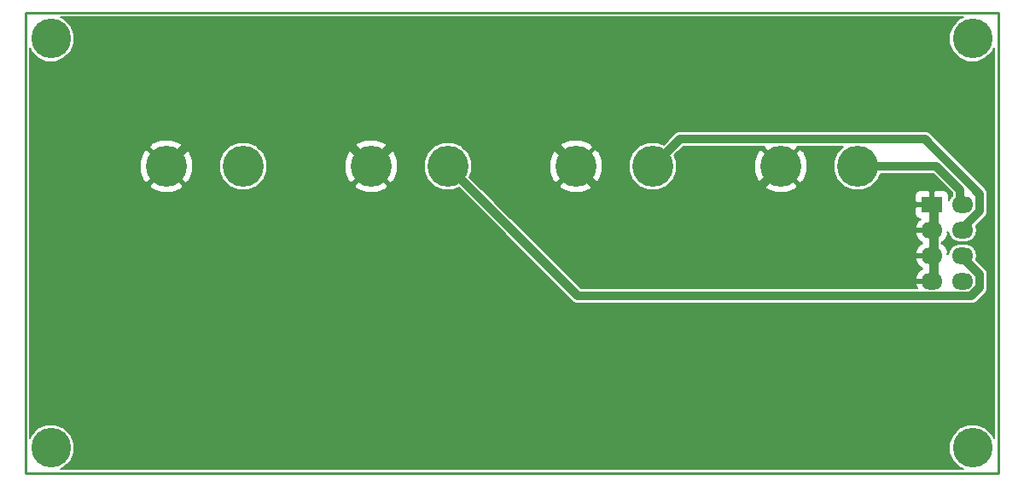
<source format=gbl>
G04 #@! TF.FileFunction,Copper,L2,Bot,Signal*
%FSLAX46Y46*%
G04 Gerber Fmt 4.6, Leading zero omitted, Abs format (unit mm)*
G04 Created by KiCad (PCBNEW 0.201509091501+6172~30~ubuntu14.04.1-product) date Thu 10 Sep 2015 02:20:44 PM EDT*
%MOMM*%
G01*
G04 APERTURE LIST*
%ADD10C,0.100000*%
%ADD11C,0.228600*%
%ADD12R,2.133600X1.625600*%
%ADD13O,2.133600X1.625600*%
%ADD14C,4.064000*%
%ADD15C,3.937000*%
%ADD16C,0.812800*%
%ADD17C,0.203200*%
G04 APERTURE END LIST*
D10*
D11*
X185420000Y-60960000D02*
X88900000Y-60960000D01*
X185420000Y-106680000D02*
X185420000Y-60960000D01*
X88900000Y-106680000D02*
X185420000Y-106680000D01*
X88900000Y-60960000D02*
X88900000Y-106680000D01*
D12*
X178816000Y-80010000D03*
D13*
X181864000Y-80010000D03*
X178816000Y-82550000D03*
X181864000Y-82550000D03*
X178816000Y-85090000D03*
X181864000Y-85090000D03*
X178816000Y-87630000D03*
X181864000Y-87630000D03*
D14*
X102870000Y-76200000D03*
X110490000Y-76200000D03*
X123190000Y-76200000D03*
X130810000Y-76200000D03*
X143510000Y-76200000D03*
X151130000Y-76200000D03*
X163830000Y-76200000D03*
X171450000Y-76200000D03*
D15*
X91440000Y-63500000D03*
X182880000Y-63500000D03*
X91440000Y-104140000D03*
X182880000Y-104140000D03*
D16*
X105566200Y-73503800D02*
X102870000Y-76200000D01*
X120493800Y-73503800D02*
X105566200Y-73503800D01*
X123190000Y-76200000D02*
X120493800Y-73503800D01*
X140800400Y-73490400D02*
X143510000Y-76200000D01*
X125899600Y-73490400D02*
X140800400Y-73490400D01*
X123190000Y-76200000D02*
X125899600Y-73490400D01*
X161075200Y-78954800D02*
X163830000Y-76200000D01*
X146264800Y-78954800D02*
X161075200Y-78954800D01*
X143510000Y-76200000D02*
X146264800Y-78954800D01*
X179070000Y-87630000D02*
X179070000Y-85090000D01*
X179070000Y-85090000D02*
X179070000Y-82550000D01*
X179070000Y-82550000D02*
X179070000Y-80010000D01*
X181610000Y-80010000D02*
X181610000Y-78536500D01*
X179273500Y-76200000D02*
X181610000Y-78536500D01*
X171450000Y-76200000D02*
X179273500Y-76200000D01*
X181683300Y-82550000D02*
X181610000Y-82550000D01*
X183603200Y-80630100D02*
X181683300Y-82550000D01*
X183603200Y-78960800D02*
X183603200Y-80630100D01*
X178103900Y-73461500D02*
X183603200Y-78960800D01*
X153868500Y-73461500D02*
X178103900Y-73461500D01*
X151130000Y-76200000D02*
X153868500Y-73461500D01*
X181723700Y-85090000D02*
X181610000Y-85090000D01*
X183597500Y-86963800D02*
X181723700Y-85090000D01*
X183597500Y-88240400D02*
X183597500Y-86963800D01*
X182734300Y-89103600D02*
X183597500Y-88240400D01*
X143713600Y-89103600D02*
X182734300Y-89103600D01*
X130810000Y-76200000D02*
X143713600Y-89103600D01*
D17*
G36*
X181565223Y-61528575D02*
X180910873Y-62181784D01*
X180556304Y-63035680D01*
X180555497Y-63960264D01*
X180908575Y-64814777D01*
X181561784Y-65469127D01*
X182415680Y-65823696D01*
X183340264Y-65824503D01*
X184194777Y-65471425D01*
X184849127Y-64818216D01*
X185000900Y-64452706D01*
X185000900Y-103186980D01*
X184851425Y-102825223D01*
X184198216Y-102170873D01*
X183344320Y-101816304D01*
X182419736Y-101815497D01*
X181565223Y-102168575D01*
X180910873Y-102821784D01*
X180556304Y-103675680D01*
X180555497Y-104600264D01*
X180908575Y-105454777D01*
X181561784Y-106109127D01*
X181927294Y-106260900D01*
X92393020Y-106260900D01*
X92754777Y-106111425D01*
X93409127Y-105458216D01*
X93763696Y-104604320D01*
X93764503Y-103679736D01*
X93411425Y-102825223D01*
X92758216Y-102170873D01*
X91904320Y-101816304D01*
X90979736Y-101815497D01*
X90125223Y-102168575D01*
X89470873Y-102821784D01*
X89319100Y-103187294D01*
X89319100Y-78101253D01*
X101184273Y-78101253D01*
X101412718Y-78465055D01*
X102390447Y-78850316D01*
X103441182Y-78832090D01*
X104327282Y-78465055D01*
X104555727Y-78101253D01*
X102870000Y-76415526D01*
X101184273Y-78101253D01*
X89319100Y-78101253D01*
X89319100Y-75720447D01*
X100219684Y-75720447D01*
X100237910Y-76771182D01*
X100604945Y-77657282D01*
X100968747Y-77885727D01*
X102654474Y-76200000D01*
X103085526Y-76200000D01*
X104771253Y-77885727D01*
X105135055Y-77657282D01*
X105520316Y-76679553D01*
X105520200Y-76672839D01*
X108101986Y-76672839D01*
X108464711Y-77550700D01*
X109135767Y-78222929D01*
X110012993Y-78587185D01*
X110962839Y-78588014D01*
X111840700Y-78225289D01*
X111964952Y-78101253D01*
X121504273Y-78101253D01*
X121732718Y-78465055D01*
X122710447Y-78850316D01*
X123761182Y-78832090D01*
X124647282Y-78465055D01*
X124875727Y-78101253D01*
X123190000Y-76415526D01*
X121504273Y-78101253D01*
X111964952Y-78101253D01*
X112512929Y-77554233D01*
X112877185Y-76677007D01*
X112878014Y-75727161D01*
X112875240Y-75720447D01*
X120539684Y-75720447D01*
X120557910Y-76771182D01*
X120924945Y-77657282D01*
X121288747Y-77885727D01*
X122974474Y-76200000D01*
X123405526Y-76200000D01*
X125091253Y-77885727D01*
X125455055Y-77657282D01*
X125840316Y-76679553D01*
X125840200Y-76672839D01*
X128421986Y-76672839D01*
X128784711Y-77550700D01*
X129455767Y-78222929D01*
X130332993Y-78587185D01*
X131282839Y-78588014D01*
X131875501Y-78343131D01*
X143174785Y-89642415D01*
X143421995Y-89807596D01*
X143713600Y-89865600D01*
X182734300Y-89865600D01*
X183025905Y-89807596D01*
X183273115Y-89642415D01*
X184136315Y-88779215D01*
X184301496Y-88532005D01*
X184327832Y-88399604D01*
X184359500Y-88240400D01*
X184359500Y-86963800D01*
X184301496Y-86672195D01*
X184220208Y-86550539D01*
X184136315Y-86424984D01*
X183229165Y-85517834D01*
X183314266Y-85090000D01*
X183225327Y-84642873D01*
X182972050Y-84263816D01*
X182592993Y-84010539D01*
X182145866Y-83921600D01*
X181582134Y-83921600D01*
X181135007Y-84010539D01*
X180755950Y-84263816D01*
X180502673Y-84642873D01*
X180444049Y-84937598D01*
X180330824Y-84937598D01*
X180442960Y-84718245D01*
X180434655Y-84657888D01*
X180165415Y-84168550D01*
X179730040Y-83820000D01*
X180165415Y-83471450D01*
X180434655Y-82982112D01*
X180442960Y-82921755D01*
X180330824Y-82702402D01*
X180444049Y-82702402D01*
X180502673Y-82997127D01*
X180755950Y-83376184D01*
X181135007Y-83629461D01*
X181582134Y-83718400D01*
X182145866Y-83718400D01*
X182592993Y-83629461D01*
X182972050Y-83376184D01*
X183225327Y-82997127D01*
X183314266Y-82550000D01*
X183225327Y-82102873D01*
X183218410Y-82092521D01*
X184142016Y-81168915D01*
X184241034Y-81020723D01*
X184307196Y-80921705D01*
X184365200Y-80630100D01*
X184365200Y-78960800D01*
X184307196Y-78669195D01*
X184170794Y-78465055D01*
X184142016Y-78421985D01*
X178642715Y-72922685D01*
X178395505Y-72757504D01*
X178103900Y-72699500D01*
X153868500Y-72699500D01*
X153576895Y-72757504D01*
X153329685Y-72922685D01*
X152195282Y-74057088D01*
X151607007Y-73812815D01*
X150657161Y-73811986D01*
X149779300Y-74174711D01*
X149107071Y-74845767D01*
X148742815Y-75722993D01*
X148741986Y-76672839D01*
X149104711Y-77550700D01*
X149775767Y-78222929D01*
X150652993Y-78587185D01*
X151602839Y-78588014D01*
X152480700Y-78225289D01*
X152604952Y-78101253D01*
X162144273Y-78101253D01*
X162372718Y-78465055D01*
X163350447Y-78850316D01*
X164401182Y-78832090D01*
X165287282Y-78465055D01*
X165515727Y-78101253D01*
X163830000Y-76415526D01*
X162144273Y-78101253D01*
X152604952Y-78101253D01*
X153152929Y-77554233D01*
X153517185Y-76677007D01*
X153518014Y-75727161D01*
X153515240Y-75720447D01*
X161179684Y-75720447D01*
X161197910Y-76771182D01*
X161564945Y-77657282D01*
X161928747Y-77885727D01*
X163614474Y-76200000D01*
X164045526Y-76200000D01*
X165731253Y-77885727D01*
X166095055Y-77657282D01*
X166480316Y-76679553D01*
X166462090Y-75628818D01*
X166095055Y-74742718D01*
X165731253Y-74514273D01*
X164045526Y-76200000D01*
X163614474Y-76200000D01*
X161928747Y-74514273D01*
X161564945Y-74742718D01*
X161179684Y-75720447D01*
X153515240Y-75720447D01*
X153273131Y-75134499D01*
X154184130Y-74223500D01*
X162191523Y-74223500D01*
X162144273Y-74298747D01*
X163830000Y-75984474D01*
X165515727Y-74298747D01*
X165468477Y-74223500D01*
X170050426Y-74223500D01*
X169427071Y-74845767D01*
X169062815Y-75722993D01*
X169061986Y-76672839D01*
X169424711Y-77550700D01*
X170095767Y-78222929D01*
X170972993Y-78587185D01*
X171922839Y-78588014D01*
X172800700Y-78225289D01*
X173472929Y-77554233D01*
X173718846Y-76962000D01*
X178957870Y-76962000D01*
X180848000Y-78852130D01*
X180848000Y-79122310D01*
X180755950Y-79183816D01*
X180502673Y-79562873D01*
X180492400Y-79614519D01*
X180492400Y-79075943D01*
X180399594Y-78851889D01*
X180228111Y-78680406D01*
X180004057Y-78587600D01*
X179120800Y-78587600D01*
X178968400Y-78740000D01*
X178968400Y-79857600D01*
X178988400Y-79857600D01*
X178988400Y-80162400D01*
X178968400Y-80162400D01*
X178968400Y-82397600D01*
X178988400Y-82397600D01*
X178988400Y-82702400D01*
X178968400Y-82702400D01*
X178968400Y-84937600D01*
X178988400Y-84937600D01*
X178988400Y-85242400D01*
X178968400Y-85242400D01*
X178968400Y-87477600D01*
X178988400Y-87477600D01*
X178988400Y-87782400D01*
X178968400Y-87782400D01*
X178968400Y-87802400D01*
X178663600Y-87802400D01*
X178663600Y-87782400D01*
X177301177Y-87782400D01*
X177189040Y-88001755D01*
X177197345Y-88062112D01*
X177351123Y-88341600D01*
X144029230Y-88341600D01*
X141149385Y-85461755D01*
X177189040Y-85461755D01*
X177197345Y-85522112D01*
X177466585Y-86011450D01*
X177901960Y-86360000D01*
X177466585Y-86708550D01*
X177197345Y-87197888D01*
X177189040Y-87258245D01*
X177301177Y-87477600D01*
X178663600Y-87477600D01*
X178663600Y-85242400D01*
X177301177Y-85242400D01*
X177189040Y-85461755D01*
X141149385Y-85461755D01*
X138609385Y-82921755D01*
X177189040Y-82921755D01*
X177197345Y-82982112D01*
X177466585Y-83471450D01*
X177901960Y-83820000D01*
X177466585Y-84168550D01*
X177197345Y-84657888D01*
X177189040Y-84718245D01*
X177301177Y-84937600D01*
X178663600Y-84937600D01*
X178663600Y-82702400D01*
X177301177Y-82702400D01*
X177189040Y-82921755D01*
X138609385Y-82921755D01*
X136002430Y-80314800D01*
X177139600Y-80314800D01*
X177139600Y-80944057D01*
X177232406Y-81168111D01*
X177403889Y-81339594D01*
X177627943Y-81432400D01*
X177711597Y-81432400D01*
X177466585Y-81628550D01*
X177197345Y-82117888D01*
X177189040Y-82178245D01*
X177301177Y-82397600D01*
X178663600Y-82397600D01*
X178663600Y-80162400D01*
X177292000Y-80162400D01*
X177139600Y-80314800D01*
X136002430Y-80314800D01*
X134763573Y-79075943D01*
X177139600Y-79075943D01*
X177139600Y-79705200D01*
X177292000Y-79857600D01*
X178663600Y-79857600D01*
X178663600Y-78740000D01*
X178511200Y-78587600D01*
X177627943Y-78587600D01*
X177403889Y-78680406D01*
X177232406Y-78851889D01*
X177139600Y-79075943D01*
X134763573Y-79075943D01*
X133788883Y-78101253D01*
X141824273Y-78101253D01*
X142052718Y-78465055D01*
X143030447Y-78850316D01*
X144081182Y-78832090D01*
X144967282Y-78465055D01*
X145195727Y-78101253D01*
X143510000Y-76415526D01*
X141824273Y-78101253D01*
X133788883Y-78101253D01*
X132952912Y-77265282D01*
X133197185Y-76677007D01*
X133198014Y-75727161D01*
X133195240Y-75720447D01*
X140859684Y-75720447D01*
X140877910Y-76771182D01*
X141244945Y-77657282D01*
X141608747Y-77885727D01*
X143294474Y-76200000D01*
X143725526Y-76200000D01*
X145411253Y-77885727D01*
X145775055Y-77657282D01*
X146160316Y-76679553D01*
X146142090Y-75628818D01*
X145775055Y-74742718D01*
X145411253Y-74514273D01*
X143725526Y-76200000D01*
X143294474Y-76200000D01*
X141608747Y-74514273D01*
X141244945Y-74742718D01*
X140859684Y-75720447D01*
X133195240Y-75720447D01*
X132835289Y-74849300D01*
X132285697Y-74298747D01*
X141824273Y-74298747D01*
X143510000Y-75984474D01*
X145195727Y-74298747D01*
X144967282Y-73934945D01*
X143989553Y-73549684D01*
X142938818Y-73567910D01*
X142052718Y-73934945D01*
X141824273Y-74298747D01*
X132285697Y-74298747D01*
X132164233Y-74177071D01*
X131287007Y-73812815D01*
X130337161Y-73811986D01*
X129459300Y-74174711D01*
X128787071Y-74845767D01*
X128422815Y-75722993D01*
X128421986Y-76672839D01*
X125840200Y-76672839D01*
X125822090Y-75628818D01*
X125455055Y-74742718D01*
X125091253Y-74514273D01*
X123405526Y-76200000D01*
X122974474Y-76200000D01*
X121288747Y-74514273D01*
X120924945Y-74742718D01*
X120539684Y-75720447D01*
X112875240Y-75720447D01*
X112515289Y-74849300D01*
X111965697Y-74298747D01*
X121504273Y-74298747D01*
X123190000Y-75984474D01*
X124875727Y-74298747D01*
X124647282Y-73934945D01*
X123669553Y-73549684D01*
X122618818Y-73567910D01*
X121732718Y-73934945D01*
X121504273Y-74298747D01*
X111965697Y-74298747D01*
X111844233Y-74177071D01*
X110967007Y-73812815D01*
X110017161Y-73811986D01*
X109139300Y-74174711D01*
X108467071Y-74845767D01*
X108102815Y-75722993D01*
X108101986Y-76672839D01*
X105520200Y-76672839D01*
X105502090Y-75628818D01*
X105135055Y-74742718D01*
X104771253Y-74514273D01*
X103085526Y-76200000D01*
X102654474Y-76200000D01*
X100968747Y-74514273D01*
X100604945Y-74742718D01*
X100219684Y-75720447D01*
X89319100Y-75720447D01*
X89319100Y-74298747D01*
X101184273Y-74298747D01*
X102870000Y-75984474D01*
X104555727Y-74298747D01*
X104327282Y-73934945D01*
X103349553Y-73549684D01*
X102298818Y-73567910D01*
X101412718Y-73934945D01*
X101184273Y-74298747D01*
X89319100Y-74298747D01*
X89319100Y-64453020D01*
X89468575Y-64814777D01*
X90121784Y-65469127D01*
X90975680Y-65823696D01*
X91900264Y-65824503D01*
X92754777Y-65471425D01*
X93409127Y-64818216D01*
X93763696Y-63964320D01*
X93764503Y-63039736D01*
X93411425Y-62185223D01*
X92758216Y-61530873D01*
X92392706Y-61379100D01*
X181926980Y-61379100D01*
X181565223Y-61528575D01*
X181565223Y-61528575D01*
G37*
X181565223Y-61528575D02*
X180910873Y-62181784D01*
X180556304Y-63035680D01*
X180555497Y-63960264D01*
X180908575Y-64814777D01*
X181561784Y-65469127D01*
X182415680Y-65823696D01*
X183340264Y-65824503D01*
X184194777Y-65471425D01*
X184849127Y-64818216D01*
X185000900Y-64452706D01*
X185000900Y-103186980D01*
X184851425Y-102825223D01*
X184198216Y-102170873D01*
X183344320Y-101816304D01*
X182419736Y-101815497D01*
X181565223Y-102168575D01*
X180910873Y-102821784D01*
X180556304Y-103675680D01*
X180555497Y-104600264D01*
X180908575Y-105454777D01*
X181561784Y-106109127D01*
X181927294Y-106260900D01*
X92393020Y-106260900D01*
X92754777Y-106111425D01*
X93409127Y-105458216D01*
X93763696Y-104604320D01*
X93764503Y-103679736D01*
X93411425Y-102825223D01*
X92758216Y-102170873D01*
X91904320Y-101816304D01*
X90979736Y-101815497D01*
X90125223Y-102168575D01*
X89470873Y-102821784D01*
X89319100Y-103187294D01*
X89319100Y-78101253D01*
X101184273Y-78101253D01*
X101412718Y-78465055D01*
X102390447Y-78850316D01*
X103441182Y-78832090D01*
X104327282Y-78465055D01*
X104555727Y-78101253D01*
X102870000Y-76415526D01*
X101184273Y-78101253D01*
X89319100Y-78101253D01*
X89319100Y-75720447D01*
X100219684Y-75720447D01*
X100237910Y-76771182D01*
X100604945Y-77657282D01*
X100968747Y-77885727D01*
X102654474Y-76200000D01*
X103085526Y-76200000D01*
X104771253Y-77885727D01*
X105135055Y-77657282D01*
X105520316Y-76679553D01*
X105520200Y-76672839D01*
X108101986Y-76672839D01*
X108464711Y-77550700D01*
X109135767Y-78222929D01*
X110012993Y-78587185D01*
X110962839Y-78588014D01*
X111840700Y-78225289D01*
X111964952Y-78101253D01*
X121504273Y-78101253D01*
X121732718Y-78465055D01*
X122710447Y-78850316D01*
X123761182Y-78832090D01*
X124647282Y-78465055D01*
X124875727Y-78101253D01*
X123190000Y-76415526D01*
X121504273Y-78101253D01*
X111964952Y-78101253D01*
X112512929Y-77554233D01*
X112877185Y-76677007D01*
X112878014Y-75727161D01*
X112875240Y-75720447D01*
X120539684Y-75720447D01*
X120557910Y-76771182D01*
X120924945Y-77657282D01*
X121288747Y-77885727D01*
X122974474Y-76200000D01*
X123405526Y-76200000D01*
X125091253Y-77885727D01*
X125455055Y-77657282D01*
X125840316Y-76679553D01*
X125840200Y-76672839D01*
X128421986Y-76672839D01*
X128784711Y-77550700D01*
X129455767Y-78222929D01*
X130332993Y-78587185D01*
X131282839Y-78588014D01*
X131875501Y-78343131D01*
X143174785Y-89642415D01*
X143421995Y-89807596D01*
X143713600Y-89865600D01*
X182734300Y-89865600D01*
X183025905Y-89807596D01*
X183273115Y-89642415D01*
X184136315Y-88779215D01*
X184301496Y-88532005D01*
X184327832Y-88399604D01*
X184359500Y-88240400D01*
X184359500Y-86963800D01*
X184301496Y-86672195D01*
X184220208Y-86550539D01*
X184136315Y-86424984D01*
X183229165Y-85517834D01*
X183314266Y-85090000D01*
X183225327Y-84642873D01*
X182972050Y-84263816D01*
X182592993Y-84010539D01*
X182145866Y-83921600D01*
X181582134Y-83921600D01*
X181135007Y-84010539D01*
X180755950Y-84263816D01*
X180502673Y-84642873D01*
X180444049Y-84937598D01*
X180330824Y-84937598D01*
X180442960Y-84718245D01*
X180434655Y-84657888D01*
X180165415Y-84168550D01*
X179730040Y-83820000D01*
X180165415Y-83471450D01*
X180434655Y-82982112D01*
X180442960Y-82921755D01*
X180330824Y-82702402D01*
X180444049Y-82702402D01*
X180502673Y-82997127D01*
X180755950Y-83376184D01*
X181135007Y-83629461D01*
X181582134Y-83718400D01*
X182145866Y-83718400D01*
X182592993Y-83629461D01*
X182972050Y-83376184D01*
X183225327Y-82997127D01*
X183314266Y-82550000D01*
X183225327Y-82102873D01*
X183218410Y-82092521D01*
X184142016Y-81168915D01*
X184241034Y-81020723D01*
X184307196Y-80921705D01*
X184365200Y-80630100D01*
X184365200Y-78960800D01*
X184307196Y-78669195D01*
X184170794Y-78465055D01*
X184142016Y-78421985D01*
X178642715Y-72922685D01*
X178395505Y-72757504D01*
X178103900Y-72699500D01*
X153868500Y-72699500D01*
X153576895Y-72757504D01*
X153329685Y-72922685D01*
X152195282Y-74057088D01*
X151607007Y-73812815D01*
X150657161Y-73811986D01*
X149779300Y-74174711D01*
X149107071Y-74845767D01*
X148742815Y-75722993D01*
X148741986Y-76672839D01*
X149104711Y-77550700D01*
X149775767Y-78222929D01*
X150652993Y-78587185D01*
X151602839Y-78588014D01*
X152480700Y-78225289D01*
X152604952Y-78101253D01*
X162144273Y-78101253D01*
X162372718Y-78465055D01*
X163350447Y-78850316D01*
X164401182Y-78832090D01*
X165287282Y-78465055D01*
X165515727Y-78101253D01*
X163830000Y-76415526D01*
X162144273Y-78101253D01*
X152604952Y-78101253D01*
X153152929Y-77554233D01*
X153517185Y-76677007D01*
X153518014Y-75727161D01*
X153515240Y-75720447D01*
X161179684Y-75720447D01*
X161197910Y-76771182D01*
X161564945Y-77657282D01*
X161928747Y-77885727D01*
X163614474Y-76200000D01*
X164045526Y-76200000D01*
X165731253Y-77885727D01*
X166095055Y-77657282D01*
X166480316Y-76679553D01*
X166462090Y-75628818D01*
X166095055Y-74742718D01*
X165731253Y-74514273D01*
X164045526Y-76200000D01*
X163614474Y-76200000D01*
X161928747Y-74514273D01*
X161564945Y-74742718D01*
X161179684Y-75720447D01*
X153515240Y-75720447D01*
X153273131Y-75134499D01*
X154184130Y-74223500D01*
X162191523Y-74223500D01*
X162144273Y-74298747D01*
X163830000Y-75984474D01*
X165515727Y-74298747D01*
X165468477Y-74223500D01*
X170050426Y-74223500D01*
X169427071Y-74845767D01*
X169062815Y-75722993D01*
X169061986Y-76672839D01*
X169424711Y-77550700D01*
X170095767Y-78222929D01*
X170972993Y-78587185D01*
X171922839Y-78588014D01*
X172800700Y-78225289D01*
X173472929Y-77554233D01*
X173718846Y-76962000D01*
X178957870Y-76962000D01*
X180848000Y-78852130D01*
X180848000Y-79122310D01*
X180755950Y-79183816D01*
X180502673Y-79562873D01*
X180492400Y-79614519D01*
X180492400Y-79075943D01*
X180399594Y-78851889D01*
X180228111Y-78680406D01*
X180004057Y-78587600D01*
X179120800Y-78587600D01*
X178968400Y-78740000D01*
X178968400Y-79857600D01*
X178988400Y-79857600D01*
X178988400Y-80162400D01*
X178968400Y-80162400D01*
X178968400Y-82397600D01*
X178988400Y-82397600D01*
X178988400Y-82702400D01*
X178968400Y-82702400D01*
X178968400Y-84937600D01*
X178988400Y-84937600D01*
X178988400Y-85242400D01*
X178968400Y-85242400D01*
X178968400Y-87477600D01*
X178988400Y-87477600D01*
X178988400Y-87782400D01*
X178968400Y-87782400D01*
X178968400Y-87802400D01*
X178663600Y-87802400D01*
X178663600Y-87782400D01*
X177301177Y-87782400D01*
X177189040Y-88001755D01*
X177197345Y-88062112D01*
X177351123Y-88341600D01*
X144029230Y-88341600D01*
X141149385Y-85461755D01*
X177189040Y-85461755D01*
X177197345Y-85522112D01*
X177466585Y-86011450D01*
X177901960Y-86360000D01*
X177466585Y-86708550D01*
X177197345Y-87197888D01*
X177189040Y-87258245D01*
X177301177Y-87477600D01*
X178663600Y-87477600D01*
X178663600Y-85242400D01*
X177301177Y-85242400D01*
X177189040Y-85461755D01*
X141149385Y-85461755D01*
X138609385Y-82921755D01*
X177189040Y-82921755D01*
X177197345Y-82982112D01*
X177466585Y-83471450D01*
X177901960Y-83820000D01*
X177466585Y-84168550D01*
X177197345Y-84657888D01*
X177189040Y-84718245D01*
X177301177Y-84937600D01*
X178663600Y-84937600D01*
X178663600Y-82702400D01*
X177301177Y-82702400D01*
X177189040Y-82921755D01*
X138609385Y-82921755D01*
X136002430Y-80314800D01*
X177139600Y-80314800D01*
X177139600Y-80944057D01*
X177232406Y-81168111D01*
X177403889Y-81339594D01*
X177627943Y-81432400D01*
X177711597Y-81432400D01*
X177466585Y-81628550D01*
X177197345Y-82117888D01*
X177189040Y-82178245D01*
X177301177Y-82397600D01*
X178663600Y-82397600D01*
X178663600Y-80162400D01*
X177292000Y-80162400D01*
X177139600Y-80314800D01*
X136002430Y-80314800D01*
X134763573Y-79075943D01*
X177139600Y-79075943D01*
X177139600Y-79705200D01*
X177292000Y-79857600D01*
X178663600Y-79857600D01*
X178663600Y-78740000D01*
X178511200Y-78587600D01*
X177627943Y-78587600D01*
X177403889Y-78680406D01*
X177232406Y-78851889D01*
X177139600Y-79075943D01*
X134763573Y-79075943D01*
X133788883Y-78101253D01*
X141824273Y-78101253D01*
X142052718Y-78465055D01*
X143030447Y-78850316D01*
X144081182Y-78832090D01*
X144967282Y-78465055D01*
X145195727Y-78101253D01*
X143510000Y-76415526D01*
X141824273Y-78101253D01*
X133788883Y-78101253D01*
X132952912Y-77265282D01*
X133197185Y-76677007D01*
X133198014Y-75727161D01*
X133195240Y-75720447D01*
X140859684Y-75720447D01*
X140877910Y-76771182D01*
X141244945Y-77657282D01*
X141608747Y-77885727D01*
X143294474Y-76200000D01*
X143725526Y-76200000D01*
X145411253Y-77885727D01*
X145775055Y-77657282D01*
X146160316Y-76679553D01*
X146142090Y-75628818D01*
X145775055Y-74742718D01*
X145411253Y-74514273D01*
X143725526Y-76200000D01*
X143294474Y-76200000D01*
X141608747Y-74514273D01*
X141244945Y-74742718D01*
X140859684Y-75720447D01*
X133195240Y-75720447D01*
X132835289Y-74849300D01*
X132285697Y-74298747D01*
X141824273Y-74298747D01*
X143510000Y-75984474D01*
X145195727Y-74298747D01*
X144967282Y-73934945D01*
X143989553Y-73549684D01*
X142938818Y-73567910D01*
X142052718Y-73934945D01*
X141824273Y-74298747D01*
X132285697Y-74298747D01*
X132164233Y-74177071D01*
X131287007Y-73812815D01*
X130337161Y-73811986D01*
X129459300Y-74174711D01*
X128787071Y-74845767D01*
X128422815Y-75722993D01*
X128421986Y-76672839D01*
X125840200Y-76672839D01*
X125822090Y-75628818D01*
X125455055Y-74742718D01*
X125091253Y-74514273D01*
X123405526Y-76200000D01*
X122974474Y-76200000D01*
X121288747Y-74514273D01*
X120924945Y-74742718D01*
X120539684Y-75720447D01*
X112875240Y-75720447D01*
X112515289Y-74849300D01*
X111965697Y-74298747D01*
X121504273Y-74298747D01*
X123190000Y-75984474D01*
X124875727Y-74298747D01*
X124647282Y-73934945D01*
X123669553Y-73549684D01*
X122618818Y-73567910D01*
X121732718Y-73934945D01*
X121504273Y-74298747D01*
X111965697Y-74298747D01*
X111844233Y-74177071D01*
X110967007Y-73812815D01*
X110017161Y-73811986D01*
X109139300Y-74174711D01*
X108467071Y-74845767D01*
X108102815Y-75722993D01*
X108101986Y-76672839D01*
X105520200Y-76672839D01*
X105502090Y-75628818D01*
X105135055Y-74742718D01*
X104771253Y-74514273D01*
X103085526Y-76200000D01*
X102654474Y-76200000D01*
X100968747Y-74514273D01*
X100604945Y-74742718D01*
X100219684Y-75720447D01*
X89319100Y-75720447D01*
X89319100Y-74298747D01*
X101184273Y-74298747D01*
X102870000Y-75984474D01*
X104555727Y-74298747D01*
X104327282Y-73934945D01*
X103349553Y-73549684D01*
X102298818Y-73567910D01*
X101412718Y-73934945D01*
X101184273Y-74298747D01*
X89319100Y-74298747D01*
X89319100Y-64453020D01*
X89468575Y-64814777D01*
X90121784Y-65469127D01*
X90975680Y-65823696D01*
X91900264Y-65824503D01*
X92754777Y-65471425D01*
X93409127Y-64818216D01*
X93763696Y-63964320D01*
X93764503Y-63039736D01*
X93411425Y-62185223D01*
X92758216Y-61530873D01*
X92392706Y-61379100D01*
X181926980Y-61379100D01*
X181565223Y-61528575D01*
M02*

</source>
